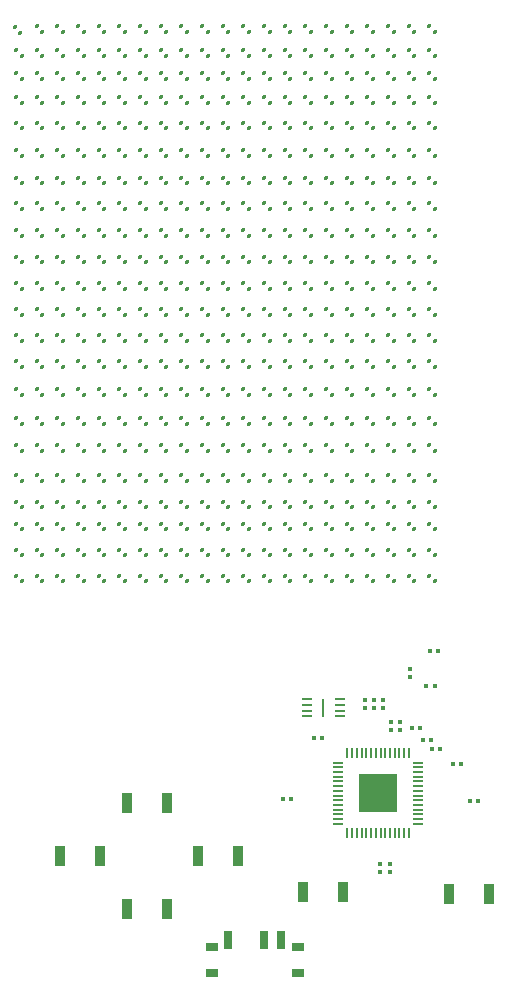
<source format=gbr>
%TF.GenerationSoftware,KiCad,Pcbnew,8.0.0*%
%TF.CreationDate,2024-03-20T12:42:58-05:00*%
%TF.ProjectId,tetrisBusinessCard,74657472-6973-4427-9573-696e65737343,rev?*%
%TF.SameCoordinates,Original*%
%TF.FileFunction,Paste,Top*%
%TF.FilePolarity,Positive*%
%FSLAX46Y46*%
G04 Gerber Fmt 4.6, Leading zero omitted, Abs format (unit mm)*
G04 Created by KiCad (PCBNEW 8.0.0) date 2024-03-20 12:42:58*
%MOMM*%
%LPD*%
G01*
G04 APERTURE LIST*
G04 Aperture macros list*
%AMRoundRect*
0 Rectangle with rounded corners*
0 $1 Rounding radius*
0 $2 $3 $4 $5 $6 $7 $8 $9 X,Y pos of 4 corners*
0 Add a 4 corners polygon primitive as box body*
4,1,4,$2,$3,$4,$5,$6,$7,$8,$9,$2,$3,0*
0 Add four circle primitives for the rounded corners*
1,1,$1+$1,$2,$3*
1,1,$1+$1,$4,$5*
1,1,$1+$1,$6,$7*
1,1,$1+$1,$8,$9*
0 Add four rect primitives between the rounded corners*
20,1,$1+$1,$2,$3,$4,$5,0*
20,1,$1+$1,$4,$5,$6,$7,0*
20,1,$1+$1,$6,$7,$8,$9,0*
20,1,$1+$1,$8,$9,$2,$3,0*%
G04 Aperture macros list end*
%ADD10C,0.000000*%
%ADD11RoundRect,0.079500X-0.127279X-0.014849X-0.014849X-0.127279X0.127279X0.014849X0.014849X0.127279X0*%
%ADD12RoundRect,0.079500X0.079500X0.100500X-0.079500X0.100500X-0.079500X-0.100500X0.079500X-0.100500X0*%
%ADD13RoundRect,0.079500X-0.100500X0.079500X-0.100500X-0.079500X0.100500X-0.079500X0.100500X0.079500X0*%
%ADD14R,0.812800X0.254000*%
%ADD15R,0.203200X1.600200*%
%ADD16R,0.900000X1.700000*%
%ADD17R,1.000000X0.800000*%
%ADD18R,0.700000X1.500000*%
%ADD19R,0.812800X0.177800*%
%ADD20R,0.177800X0.812800*%
%ADD21R,3.200400X3.200400*%
%ADD22RoundRect,0.079500X0.100500X-0.079500X0.100500X0.079500X-0.100500X0.079500X-0.100500X-0.079500X0*%
G04 APERTURE END LIST*
D10*
%TO.C,U1*%
G36*
X206400000Y-86900000D02*
G01*
X204999800Y-86900000D01*
X204999800Y-85499800D01*
X206400000Y-85499800D01*
X206400000Y-86900000D01*
G37*
G36*
X206400000Y-88500200D02*
G01*
X204999800Y-88500200D01*
X204999800Y-87100000D01*
X206400000Y-87100000D01*
X206400000Y-88500200D01*
G37*
G36*
X208000200Y-86900000D02*
G01*
X206600000Y-86900000D01*
X206600000Y-85499800D01*
X208000200Y-85499800D01*
X208000200Y-86900000D01*
G37*
G36*
X208000200Y-88500200D02*
G01*
X206600000Y-88500200D01*
X206600000Y-87100000D01*
X208000200Y-87100000D01*
X208000200Y-88500200D01*
G37*
%TD*%
D11*
%TO.C,D56*%
X188089133Y-26041633D03*
X188577037Y-26529537D03*
%TD*%
%TO.C,D198*%
X196839133Y-41566633D03*
X197327037Y-42054537D03*
%TD*%
%TO.C,D290*%
X182839133Y-50446633D03*
X183327037Y-50934537D03*
%TD*%
%TO.C,D232*%
X210839133Y-46041633D03*
X211327037Y-46529537D03*
%TD*%
%TO.C,D68*%
X203839133Y-28066633D03*
X204327037Y-28554537D03*
%TD*%
%TO.C,D434*%
X188089133Y-66376633D03*
X188577037Y-66864537D03*
%TD*%
%TO.C,D57*%
X186339133Y-26041633D03*
X186827037Y-26529537D03*
%TD*%
%TO.C,D58*%
X184589133Y-26041633D03*
X185077037Y-26529537D03*
%TD*%
%TO.C,D74*%
X193339133Y-28066633D03*
X193827037Y-28554537D03*
%TD*%
%TO.C,D28*%
X200339133Y-24066633D03*
X200827037Y-24554537D03*
%TD*%
%TO.C,D430*%
X195089133Y-66376633D03*
X195577037Y-66864537D03*
%TD*%
%TO.C,D24*%
X207339133Y-24066633D03*
X207827037Y-24554537D03*
%TD*%
%TO.C,D22*%
X210839133Y-24066633D03*
X211327037Y-24554537D03*
%TD*%
D12*
%TO.C,C9*%
X201725000Y-82350000D03*
X201035000Y-82350000D03*
%TD*%
D11*
%TO.C,D242*%
X193339133Y-46041633D03*
X193827037Y-46529537D03*
%TD*%
%TO.C,D390*%
X191589133Y-62316633D03*
X192077037Y-62804537D03*
%TD*%
%TO.C,D264*%
X191589133Y-48221633D03*
X192077037Y-48709537D03*
%TD*%
%TO.C,D190*%
X210839133Y-41566633D03*
X211327037Y-42054537D03*
%TD*%
%TO.C,D399*%
X175839133Y-62316633D03*
X176327037Y-62804537D03*
%TD*%
%TO.C,D324*%
X196839133Y-55221633D03*
X197327037Y-55709537D03*
%TD*%
%TO.C,D302*%
X198589133Y-52791633D03*
X199077037Y-53279537D03*
%TD*%
%TO.C,D334*%
X179339133Y-55221633D03*
X179827037Y-55709537D03*
%TD*%
%TO.C,D201*%
X191589133Y-41566633D03*
X192077037Y-42054537D03*
%TD*%
%TO.C,D202*%
X189839133Y-41566633D03*
X190327037Y-42054537D03*
%TD*%
D13*
%TO.C,C12*%
X207500000Y-93000000D03*
X207500000Y-93690000D03*
%TD*%
D11*
%TO.C,D426*%
X202089133Y-66376633D03*
X202577037Y-66864537D03*
%TD*%
%TO.C,D180*%
X191589133Y-39316633D03*
X192077037Y-39804537D03*
%TD*%
%TO.C,D452*%
X193339133Y-68566633D03*
X193827037Y-69054537D03*
%TD*%
%TO.C,D90*%
X202089133Y-30221633D03*
X202577037Y-30709537D03*
%TD*%
%TO.C,D384*%
X202089133Y-62316633D03*
X202577037Y-62804537D03*
%TD*%
%TO.C,D422*%
X209089133Y-66376633D03*
X209577037Y-66864537D03*
%TD*%
D12*
%TO.C,C1*%
X211727500Y-83227500D03*
X211037500Y-83227500D03*
%TD*%
D11*
%TO.C,D411*%
X191589133Y-64176633D03*
X192077037Y-64664537D03*
%TD*%
%TO.C,D4*%
X205589133Y-22041633D03*
X206077037Y-22529537D03*
%TD*%
%TO.C,D355*%
X179339133Y-57541633D03*
X179827037Y-58029537D03*
%TD*%
%TO.C,D98*%
X188089133Y-30221633D03*
X188577037Y-30709537D03*
%TD*%
%TO.C,D361*%
X205589133Y-60066633D03*
X206077037Y-60554537D03*
%TD*%
%TO.C,D366*%
X196839133Y-60066633D03*
X197327037Y-60554537D03*
%TD*%
%TO.C,D27*%
X202089133Y-24066633D03*
X202577037Y-24554537D03*
%TD*%
%TO.C,D52*%
X195089134Y-26041632D03*
X195577038Y-26529536D03*
%TD*%
%TO.C,D26*%
X203839133Y-24066633D03*
X204327037Y-24554537D03*
%TD*%
%TO.C,D34*%
X189839133Y-24066633D03*
X190327037Y-24554537D03*
%TD*%
%TO.C,D197*%
X198589133Y-41566633D03*
X199077037Y-42054537D03*
%TD*%
%TO.C,D185*%
X182839133Y-39316633D03*
X183327037Y-39804537D03*
%TD*%
%TO.C,D30*%
X196839133Y-24066633D03*
X197327037Y-24554537D03*
%TD*%
%TO.C,D450*%
X196839133Y-68566633D03*
X197327037Y-69054537D03*
%TD*%
%TO.C,D453*%
X191589133Y-68566633D03*
X192077037Y-69054537D03*
%TD*%
%TO.C,D326*%
X193339133Y-55221633D03*
X193827037Y-55709537D03*
%TD*%
%TO.C,D273*%
X175839133Y-48221633D03*
X176327037Y-48709537D03*
%TD*%
%TO.C,D279*%
X202089133Y-50446633D03*
X202577037Y-50934537D03*
%TD*%
%TO.C,D266*%
X188089133Y-48221633D03*
X188577037Y-48709537D03*
%TD*%
%TO.C,D121*%
X184589133Y-32541633D03*
X185077037Y-33029537D03*
%TD*%
D13*
%TO.C,C3*%
X206900000Y-79100000D03*
X206900000Y-79790000D03*
%TD*%
D11*
%TO.C,D269*%
X182839133Y-48221633D03*
X183327037Y-48709537D03*
%TD*%
%TO.C,D192*%
X207339133Y-41566633D03*
X207827037Y-42054537D03*
%TD*%
%TO.C,D109*%
X205589133Y-32541633D03*
X206077037Y-33029537D03*
%TD*%
%TO.C,D368*%
X193339133Y-60066633D03*
X193827037Y-60554537D03*
%TD*%
%TO.C,D14*%
X188089133Y-22041633D03*
X188577037Y-22529537D03*
%TD*%
%TO.C,D41*%
X177589133Y-24066633D03*
X178077037Y-24554537D03*
%TD*%
%TO.C,D439*%
X179339133Y-66366633D03*
X179827037Y-66854537D03*
%TD*%
%TO.C,D223*%
X189839133Y-43816633D03*
X190327037Y-44304537D03*
%TD*%
%TO.C,D437*%
X182839133Y-66376633D03*
X183327037Y-66864537D03*
%TD*%
%TO.C,D80*%
X182839134Y-28066632D03*
X183327038Y-28554536D03*
%TD*%
%TO.C,D50*%
X198589133Y-26041633D03*
X199077037Y-26529537D03*
%TD*%
%TO.C,D63*%
X175839133Y-26041633D03*
X176327037Y-26529537D03*
%TD*%
%TO.C,D275*%
X209089133Y-50446633D03*
X209577037Y-50934537D03*
%TD*%
%TO.C,D208*%
X179339133Y-41566633D03*
X179827037Y-42054537D03*
%TD*%
%TO.C,D292*%
X179339133Y-50446633D03*
X179827037Y-50934537D03*
%TD*%
%TO.C,D147*%
X175839133Y-34876633D03*
X176327037Y-35364537D03*
%TD*%
%TO.C,D195*%
X202089133Y-41566633D03*
X202577037Y-42054537D03*
%TD*%
%TO.C,D351*%
X186339133Y-57541633D03*
X186827037Y-58029537D03*
%TD*%
%TO.C,D99*%
X186339133Y-30221633D03*
X186827037Y-30709537D03*
%TD*%
%TO.C,D59*%
X182839133Y-26041633D03*
X183327037Y-26529537D03*
%TD*%
%TO.C,D379*%
X210839133Y-62316633D03*
X211327037Y-62804537D03*
%TD*%
%TO.C,D376*%
X179339133Y-60066633D03*
X179827037Y-60554537D03*
%TD*%
%TO.C,D342*%
X202089133Y-57541633D03*
X202577037Y-58029537D03*
%TD*%
%TO.C,D409*%
X195089133Y-64176633D03*
X195577037Y-64664537D03*
%TD*%
%TO.C,D333*%
X181089133Y-55221633D03*
X181577037Y-55709537D03*
%TD*%
%TO.C,D220*%
X195089133Y-43816633D03*
X195577037Y-44304537D03*
%TD*%
%TO.C,D268*%
X184589133Y-48221633D03*
X185077037Y-48709537D03*
%TD*%
%TO.C,D35*%
X188089133Y-24066633D03*
X188577037Y-24554537D03*
%TD*%
%TO.C,D20*%
X177589133Y-22041633D03*
X178077037Y-22529537D03*
%TD*%
%TO.C,D295*%
X210839133Y-52791633D03*
X211327037Y-53279537D03*
%TD*%
%TO.C,D436*%
X184589133Y-66376633D03*
X185077037Y-66864537D03*
%TD*%
%TO.C,D454*%
X189839133Y-68566633D03*
X190327037Y-69054537D03*
%TD*%
D14*
%TO.C,U2*%
X200453200Y-78999999D03*
X200453200Y-79500000D03*
X200453200Y-80000000D03*
X200453200Y-80500001D03*
X203250000Y-80500001D03*
X203250000Y-80000000D03*
X203250000Y-79500000D03*
X203250000Y-78999999D03*
D15*
X201851600Y-79750000D03*
%TD*%
D11*
%TO.C,D116*%
X193339133Y-32541633D03*
X193827037Y-33029537D03*
%TD*%
%TO.C,D156*%
X196839133Y-37066633D03*
X197327037Y-37554537D03*
%TD*%
%TO.C,D120*%
X186339133Y-32541633D03*
X186827037Y-33029537D03*
%TD*%
%TO.C,D174*%
X202089133Y-39316633D03*
X202577037Y-39804537D03*
%TD*%
%TO.C,D66*%
X207339133Y-28066633D03*
X207827037Y-28554537D03*
%TD*%
%TO.C,D327*%
X191589133Y-55221633D03*
X192077037Y-55709537D03*
%TD*%
%TO.C,D134*%
X198589133Y-34876633D03*
X199077037Y-35364537D03*
%TD*%
%TO.C,D312*%
X181089133Y-52791633D03*
X181577037Y-53279537D03*
%TD*%
%TO.C,D33*%
X191589133Y-24066633D03*
X192077037Y-24554537D03*
%TD*%
%TO.C,D424*%
X205589133Y-66376633D03*
X206077037Y-66864537D03*
%TD*%
%TO.C,D241*%
X195089133Y-46041633D03*
X195577037Y-46529537D03*
%TD*%
%TO.C,D435*%
X186339133Y-66376633D03*
X186827037Y-66864537D03*
%TD*%
%TO.C,D86*%
X209089133Y-30221633D03*
X209577037Y-30709537D03*
%TD*%
%TO.C,D429*%
X196839133Y-66376633D03*
X197327037Y-66864537D03*
%TD*%
%TO.C,D393*%
X186339133Y-62316633D03*
X186827037Y-62804537D03*
%TD*%
%TO.C,D39*%
X181089133Y-24066633D03*
X181577037Y-24554537D03*
%TD*%
%TO.C,D154*%
X200339133Y-37066633D03*
X200827037Y-37554537D03*
%TD*%
D16*
%TO.C,SW5*%
X203500000Y-95400000D03*
X200099998Y-95400000D03*
%TD*%
D11*
%TO.C,D224*%
X188089133Y-43816633D03*
X188577037Y-44304537D03*
%TD*%
%TO.C,D389*%
X193339133Y-62316633D03*
X193827037Y-62804537D03*
%TD*%
%TO.C,D408*%
X196839133Y-64176633D03*
X197327037Y-64664537D03*
%TD*%
%TO.C,D75*%
X191589133Y-28066633D03*
X192077037Y-28554537D03*
%TD*%
%TO.C,D319*%
X205589133Y-55221633D03*
X206077037Y-55709537D03*
%TD*%
%TO.C,D303*%
X196839133Y-52791633D03*
X197327037Y-53279537D03*
%TD*%
%TO.C,D46*%
X205589133Y-26041633D03*
X206077037Y-26529537D03*
%TD*%
%TO.C,D449*%
X198589133Y-68566633D03*
X199077037Y-69054537D03*
%TD*%
%TO.C,D247*%
X184589133Y-46041633D03*
X185077037Y-46529537D03*
%TD*%
%TO.C,D136*%
X195089133Y-34876633D03*
X195577037Y-35364537D03*
%TD*%
%TO.C,D455*%
X188089133Y-68566633D03*
X188577037Y-69054537D03*
%TD*%
%TO.C,D225*%
X186339133Y-43816633D03*
X186827037Y-44304537D03*
%TD*%
D12*
%TO.C,R4*%
X211595000Y-74950000D03*
X210905000Y-74950000D03*
%TD*%
D11*
%TO.C,D441*%
X175839133Y-66376633D03*
X176327037Y-66864537D03*
%TD*%
%TO.C,D230*%
X177589133Y-43816633D03*
X178077037Y-44304537D03*
%TD*%
%TO.C,D205*%
X184589133Y-41566633D03*
X185077037Y-42054537D03*
%TD*%
%TO.C,D87*%
X207339133Y-30221633D03*
X207827037Y-30709537D03*
%TD*%
%TO.C,D128*%
X209089133Y-34876633D03*
X209577037Y-35364537D03*
%TD*%
%TO.C,D457*%
X184589133Y-68566633D03*
X185077037Y-69054537D03*
%TD*%
%TO.C,D459*%
X181089133Y-68566633D03*
X181577037Y-69054537D03*
%TD*%
%TO.C,D122*%
X182839133Y-32541633D03*
X183327037Y-33029537D03*
%TD*%
%TO.C,D343*%
X200339133Y-57541633D03*
X200827037Y-58029537D03*
%TD*%
%TO.C,D226*%
X184589133Y-43816633D03*
X185077037Y-44304537D03*
%TD*%
%TO.C,D388*%
X195089133Y-62316633D03*
X195577037Y-62804537D03*
%TD*%
%TO.C,D307*%
X189839133Y-52791633D03*
X190327037Y-53279537D03*
%TD*%
%TO.C,D346*%
X195089133Y-57541633D03*
X195577037Y-58029537D03*
%TD*%
%TO.C,D328*%
X189839133Y-55221633D03*
X190327037Y-55709537D03*
%TD*%
%TO.C,D406*%
X200339133Y-64176633D03*
X200827037Y-64664537D03*
%TD*%
%TO.C,D25*%
X205589133Y-24066633D03*
X206077037Y-24554537D03*
%TD*%
%TO.C,D391*%
X189839133Y-62316633D03*
X190327037Y-62804537D03*
%TD*%
%TO.C,D298*%
X205589133Y-52791633D03*
X206077037Y-53279537D03*
%TD*%
%TO.C,D127*%
X210839133Y-34876633D03*
X211327037Y-35364537D03*
%TD*%
%TO.C,D15*%
X186339133Y-22041633D03*
X186827037Y-22529537D03*
%TD*%
%TO.C,D374*%
X182839133Y-60066633D03*
X183327037Y-60554537D03*
%TD*%
%TO.C,D55*%
X189839133Y-26041633D03*
X190327037Y-26529537D03*
%TD*%
%TO.C,D432*%
X191589133Y-66376633D03*
X192077037Y-66864537D03*
%TD*%
%TO.C,D341*%
X203839133Y-57541633D03*
X204327037Y-58029537D03*
%TD*%
%TO.C,D256*%
X205589133Y-48221633D03*
X206077037Y-48709537D03*
%TD*%
%TO.C,D217*%
X200339133Y-43816633D03*
X200827037Y-44304537D03*
%TD*%
D13*
%TO.C,C7*%
X205400000Y-79072500D03*
X205400000Y-79762500D03*
%TD*%
D11*
%TO.C,D321*%
X202089133Y-55221633D03*
X202577037Y-55709537D03*
%TD*%
%TO.C,D357*%
X175839133Y-57541633D03*
X176327037Y-58029537D03*
%TD*%
%TO.C,D182*%
X188089133Y-39316633D03*
X188577037Y-39804537D03*
%TD*%
%TO.C,D150*%
X207339133Y-37066633D03*
X207827037Y-37554537D03*
%TD*%
%TO.C,D73*%
X195089133Y-28066633D03*
X195577037Y-28554537D03*
%TD*%
%TO.C,D177*%
X196839133Y-39316633D03*
X197327037Y-39804537D03*
%TD*%
%TO.C,D138*%
X191589133Y-34876633D03*
X192077037Y-35364537D03*
%TD*%
%TO.C,D315*%
X175839133Y-52791633D03*
X176327037Y-53279537D03*
%TD*%
%TO.C,D283*%
X195089133Y-50446633D03*
X195577037Y-50934537D03*
%TD*%
%TO.C,D288*%
X186339133Y-50446633D03*
X186827037Y-50934537D03*
%TD*%
%TO.C,D70*%
X200339133Y-28066633D03*
X200827037Y-28554537D03*
%TD*%
%TO.C,D89*%
X203839133Y-30221633D03*
X204327037Y-30709537D03*
%TD*%
%TO.C,D311*%
X182839133Y-52791633D03*
X183327037Y-53279537D03*
%TD*%
%TO.C,D442*%
X210839133Y-68566633D03*
X211327037Y-69054537D03*
%TD*%
%TO.C,D304*%
X195089133Y-52791633D03*
X195577037Y-53279537D03*
%TD*%
%TO.C,D88*%
X205589133Y-30221633D03*
X206077037Y-30709537D03*
%TD*%
%TO.C,D293*%
X177589133Y-50446633D03*
X178077037Y-50934537D03*
%TD*%
D17*
%TO.C,SW7*%
X192400000Y-100045000D03*
X192400000Y-102255000D03*
X199700000Y-100045000D03*
X199700000Y-102255000D03*
D18*
X193800000Y-99395000D03*
X196800000Y-99395000D03*
X198300000Y-99395000D03*
%TD*%
D11*
%TO.C,D32*%
X193339133Y-24066633D03*
X193827037Y-24554537D03*
%TD*%
%TO.C,D253*%
X210839133Y-48221633D03*
X211327037Y-48709537D03*
%TD*%
%TO.C,D369*%
X191589133Y-60066633D03*
X192077037Y-60554537D03*
%TD*%
%TO.C,D461*%
X177589133Y-68566633D03*
X178077037Y-69054537D03*
%TD*%
%TO.C,D168*%
X175839133Y-37066633D03*
X176327037Y-37554537D03*
%TD*%
%TO.C,D65*%
X209089133Y-28066633D03*
X209577037Y-28554537D03*
%TD*%
%TO.C,D218*%
X198589133Y-43816633D03*
X199077037Y-44304537D03*
%TD*%
%TO.C,D123*%
X181089133Y-32541633D03*
X181577037Y-33029537D03*
%TD*%
%TO.C,D423*%
X207339133Y-66376633D03*
X207827037Y-66864537D03*
%TD*%
%TO.C,D214*%
X205589133Y-43816633D03*
X206077037Y-44304537D03*
%TD*%
%TO.C,D386*%
X198589133Y-62316633D03*
X199077037Y-62804537D03*
%TD*%
D16*
%TO.C,SW4*%
X188650000Y-96800000D03*
X185250000Y-96800000D03*
%TD*%
D11*
%TO.C,D31*%
X195089133Y-24066633D03*
X195577037Y-24554537D03*
%TD*%
%TO.C,D329*%
X188089133Y-55221633D03*
X188577037Y-55709537D03*
%TD*%
%TO.C,D448*%
X200339133Y-68566633D03*
X200827037Y-69054537D03*
%TD*%
%TO.C,D91*%
X200339133Y-30221633D03*
X200827037Y-30709537D03*
%TD*%
%TO.C,D29*%
X198589133Y-24066633D03*
X199077037Y-24554537D03*
%TD*%
%TO.C,D61*%
X179339133Y-26041633D03*
X179827037Y-26529537D03*
%TD*%
%TO.C,D111*%
X202089133Y-32541633D03*
X202577037Y-33029537D03*
%TD*%
%TO.C,D188*%
X177589133Y-39316633D03*
X178077037Y-39804537D03*
%TD*%
%TO.C,D316*%
X210839133Y-55221633D03*
X211327037Y-55709537D03*
%TD*%
%TO.C,D280*%
X200339133Y-50446633D03*
X200827037Y-50934537D03*
%TD*%
%TO.C,D373*%
X184589133Y-60066633D03*
X185077037Y-60554537D03*
%TD*%
%TO.C,D146*%
X177589133Y-34876633D03*
X178077037Y-35364537D03*
%TD*%
%TO.C,D259*%
X200339133Y-48221633D03*
X200827037Y-48709537D03*
%TD*%
%TO.C,D349*%
X189839133Y-57541633D03*
X190327037Y-58029537D03*
%TD*%
%TO.C,D396*%
X181089133Y-62316633D03*
X181577037Y-62804537D03*
%TD*%
%TO.C,D405*%
X202089133Y-64176633D03*
X202577037Y-64664537D03*
%TD*%
%TO.C,D17*%
X182839133Y-22041633D03*
X183327037Y-22529537D03*
%TD*%
%TO.C,D79*%
X184589133Y-28066633D03*
X185077037Y-28554537D03*
%TD*%
%TO.C,D323*%
X198589133Y-55221633D03*
X199077037Y-55709537D03*
%TD*%
%TO.C,D285*%
X191589133Y-50446633D03*
X192077037Y-50934537D03*
%TD*%
%TO.C,D416*%
X182839133Y-64176633D03*
X183327037Y-64664537D03*
%TD*%
%TO.C,D53*%
X193339133Y-26041633D03*
X193827037Y-26529537D03*
%TD*%
%TO.C,D308*%
X188089133Y-52791633D03*
X188577037Y-53279537D03*
%TD*%
%TO.C,D428*%
X198589133Y-66376633D03*
X199077037Y-66864537D03*
%TD*%
%TO.C,D10*%
X195089133Y-22041633D03*
X195577037Y-22529537D03*
%TD*%
D13*
%TO.C,C10*%
X206617500Y-93000000D03*
X206617500Y-93690000D03*
%TD*%
D11*
%TO.C,D43*%
X210839133Y-26041633D03*
X211327037Y-26529537D03*
%TD*%
%TO.C,D335*%
X177589133Y-55221633D03*
X178077037Y-55709537D03*
%TD*%
%TO.C,D236*%
X203839133Y-46041633D03*
X204327037Y-46529537D03*
%TD*%
%TO.C,D395*%
X182839133Y-62316633D03*
X183327037Y-62804537D03*
%TD*%
%TO.C,D211*%
X210839133Y-43816633D03*
X211327037Y-44304537D03*
%TD*%
%TO.C,D103*%
X179339133Y-30221633D03*
X179827037Y-30709537D03*
%TD*%
%TO.C,D78*%
X186339133Y-28066633D03*
X186827037Y-28554537D03*
%TD*%
D19*
%TO.C,U1*%
X203096400Y-84400000D03*
X203096400Y-84799999D03*
X203096400Y-85200001D03*
X203096400Y-85600000D03*
X203096400Y-85999999D03*
X203096400Y-86400001D03*
X203096400Y-86800000D03*
X203096400Y-87200000D03*
X203096400Y-87599999D03*
X203096400Y-88000001D03*
X203096400Y-88400000D03*
X203096400Y-88799999D03*
X203096400Y-89200001D03*
X203096400Y-89600000D03*
D20*
X203900000Y-90403600D03*
X204299999Y-90403600D03*
X204700001Y-90403600D03*
X205100000Y-90403600D03*
X205499999Y-90403600D03*
X205900001Y-90403600D03*
X206300000Y-90403600D03*
X206700000Y-90403600D03*
X207099999Y-90403600D03*
X207500001Y-90403600D03*
X207900000Y-90403600D03*
X208299999Y-90403600D03*
X208700001Y-90403600D03*
X209100000Y-90403600D03*
D19*
X209903600Y-89600000D03*
X209903600Y-89200001D03*
X209903600Y-88799999D03*
X209903600Y-88400000D03*
X209903600Y-88000001D03*
X209903600Y-87599999D03*
X209903600Y-87200000D03*
X209903600Y-86800000D03*
X209903600Y-86400001D03*
X209903600Y-85999999D03*
X209903600Y-85600000D03*
X209903600Y-85200001D03*
X209903600Y-84799999D03*
X209903600Y-84400000D03*
D20*
X209100000Y-83596400D03*
X208700001Y-83596400D03*
X208299999Y-83596400D03*
X207900000Y-83596400D03*
X207500001Y-83596400D03*
X207099999Y-83596400D03*
X206700000Y-83596400D03*
X206300000Y-83596400D03*
X205900001Y-83596400D03*
X205499999Y-83596400D03*
X205100000Y-83596400D03*
X204700001Y-83596400D03*
X204299999Y-83596400D03*
X203900000Y-83596400D03*
D21*
X206500000Y-87000000D03*
%TD*%
D11*
%TO.C,D446*%
X203839133Y-68566633D03*
X204327037Y-69054537D03*
%TD*%
%TO.C,D229*%
X179339133Y-43816633D03*
X179827037Y-44304537D03*
%TD*%
%TO.C,D277*%
X205589133Y-50446633D03*
X206077037Y-50934537D03*
%TD*%
%TO.C,D344*%
X198589133Y-57541633D03*
X199077037Y-58029537D03*
%TD*%
%TO.C,D272*%
X177589133Y-48221633D03*
X178077037Y-48709537D03*
%TD*%
%TO.C,D155*%
X198589133Y-37066633D03*
X199077037Y-37554537D03*
%TD*%
%TO.C,D289*%
X184589133Y-50446633D03*
X185077037Y-50934537D03*
%TD*%
%TO.C,D184*%
X184589133Y-39316633D03*
X185077037Y-39804537D03*
%TD*%
%TO.C,D84*%
X175839133Y-28066633D03*
X176327037Y-28554537D03*
%TD*%
%TO.C,D200*%
X193339133Y-41566633D03*
X193827037Y-42054537D03*
%TD*%
%TO.C,D131*%
X203839133Y-34876633D03*
X204327037Y-35364537D03*
%TD*%
%TO.C,D96*%
X191589133Y-30221633D03*
X192077037Y-30709537D03*
%TD*%
%TO.C,D250*%
X179339133Y-46041633D03*
X179827037Y-46529537D03*
%TD*%
%TO.C,D415*%
X184589133Y-64176633D03*
X185077037Y-64664537D03*
%TD*%
%TO.C,D114*%
X196839133Y-32541633D03*
X197327037Y-33029537D03*
%TD*%
%TO.C,D49*%
X200339133Y-26041633D03*
X200827037Y-26529537D03*
%TD*%
%TO.C,D309*%
X186339133Y-52791633D03*
X186827037Y-53279537D03*
%TD*%
%TO.C,D82*%
X179339133Y-28066633D03*
X179827037Y-28554537D03*
%TD*%
%TO.C,D417*%
X181089133Y-64176633D03*
X181577037Y-64664537D03*
%TD*%
%TO.C,D340*%
X205589133Y-57541633D03*
X206077037Y-58029537D03*
%TD*%
%TO.C,D380*%
X209089133Y-62316633D03*
X209577037Y-62804537D03*
%TD*%
%TO.C,D166*%
X179339133Y-37066633D03*
X179827037Y-37554537D03*
%TD*%
%TO.C,D276*%
X207339133Y-50446633D03*
X207827037Y-50934537D03*
%TD*%
%TO.C,D331*%
X184589133Y-55221633D03*
X185077037Y-55709537D03*
%TD*%
%TO.C,D402*%
X207339133Y-64176633D03*
X207827037Y-64664537D03*
%TD*%
%TO.C,D97*%
X189839133Y-30221633D03*
X190327037Y-30709537D03*
%TD*%
%TO.C,D458*%
X182839133Y-68566633D03*
X183327037Y-69054537D03*
%TD*%
%TO.C,D284*%
X193339133Y-50446633D03*
X193827037Y-50934537D03*
%TD*%
%TO.C,D400*%
X210839133Y-64176633D03*
X211327037Y-64664537D03*
%TD*%
%TO.C,D233*%
X209089133Y-46041633D03*
X209577037Y-46529537D03*
%TD*%
%TO.C,D113*%
X198589133Y-32541633D03*
X199077037Y-33029537D03*
%TD*%
%TO.C,D421*%
X210839133Y-66376633D03*
X211327037Y-66864537D03*
%TD*%
%TO.C,D301*%
X200339133Y-52791633D03*
X200827037Y-53279537D03*
%TD*%
%TO.C,D141*%
X186339133Y-34876633D03*
X186827037Y-35364537D03*
%TD*%
%TO.C,D69*%
X202089133Y-28066633D03*
X202577037Y-28554537D03*
%TD*%
D16*
%TO.C,SW6*%
X215900001Y-95500000D03*
X212499999Y-95500000D03*
%TD*%
D11*
%TO.C,D105*%
X175839133Y-30221633D03*
X176327037Y-30709537D03*
%TD*%
%TO.C,D215*%
X203839133Y-43816633D03*
X204327037Y-44304537D03*
%TD*%
%TO.C,D350*%
X188089133Y-57541633D03*
X188577037Y-58029537D03*
%TD*%
%TO.C,D92*%
X198589133Y-30221633D03*
X199077037Y-30709537D03*
%TD*%
%TO.C,D403*%
X205589133Y-64176633D03*
X206077037Y-64664537D03*
%TD*%
%TO.C,D194*%
X203839133Y-41566633D03*
X204327037Y-42054537D03*
%TD*%
%TO.C,D222*%
X191589133Y-43816633D03*
X192077037Y-44304537D03*
%TD*%
%TO.C,D142*%
X184589133Y-34876633D03*
X185077037Y-35364537D03*
%TD*%
%TO.C,D101*%
X182839133Y-30221633D03*
X183327037Y-30709537D03*
%TD*%
%TO.C,D167*%
X177589133Y-37066633D03*
X178077037Y-37554537D03*
%TD*%
%TO.C,D162*%
X186339133Y-37066633D03*
X186827037Y-37554537D03*
%TD*%
%TO.C,D317*%
X209089133Y-55221633D03*
X209577037Y-55709537D03*
%TD*%
%TO.C,D320*%
X203839133Y-55221633D03*
X204327037Y-55709537D03*
%TD*%
%TO.C,D413*%
X188089133Y-64176633D03*
X188577037Y-64664537D03*
%TD*%
%TO.C,D1*%
X210839133Y-22041633D03*
X211327037Y-22529537D03*
%TD*%
D16*
%TO.C,SW3*%
X194650000Y-92300000D03*
X191250000Y-92300000D03*
%TD*%
D11*
%TO.C,D193*%
X205589133Y-41566633D03*
X206077037Y-42054537D03*
%TD*%
%TO.C,D265*%
X189839133Y-48221633D03*
X190327037Y-48709537D03*
%TD*%
%TO.C,D433*%
X189839133Y-66376633D03*
X190327037Y-66864537D03*
%TD*%
%TO.C,D104*%
X177589133Y-30221633D03*
X178077037Y-30709537D03*
%TD*%
%TO.C,D67*%
X205589133Y-28066633D03*
X206077037Y-28554537D03*
%TD*%
%TO.C,D171*%
X207339133Y-39316633D03*
X207827037Y-39804537D03*
%TD*%
%TO.C,D8*%
X198589133Y-22041633D03*
X199077037Y-22529537D03*
%TD*%
%TO.C,D157*%
X195089133Y-37066633D03*
X195577037Y-37554537D03*
%TD*%
D12*
%TO.C,C4*%
X213525000Y-84500000D03*
X212835000Y-84500000D03*
%TD*%
D11*
%TO.C,D257*%
X203839133Y-48221633D03*
X204327037Y-48709537D03*
%TD*%
D16*
%TO.C,SW1*%
X188650000Y-87800000D03*
X185250000Y-87800000D03*
%TD*%
D11*
%TO.C,D336*%
X175839133Y-55221633D03*
X176327037Y-55709537D03*
%TD*%
%TO.C,D252*%
X175839133Y-46041633D03*
X176327037Y-46529537D03*
%TD*%
%TO.C,D115*%
X195089133Y-32541633D03*
X195577037Y-33029537D03*
%TD*%
%TO.C,D186*%
X181089133Y-39316633D03*
X181577037Y-39804537D03*
%TD*%
%TO.C,D278*%
X203839133Y-50446633D03*
X204327037Y-50934537D03*
%TD*%
%TO.C,D152*%
X203839133Y-37066633D03*
X204327037Y-37554537D03*
%TD*%
%TO.C,D204*%
X186339133Y-41566633D03*
X186827037Y-42054537D03*
%TD*%
%TO.C,D296*%
X209089133Y-52791633D03*
X209577037Y-53279537D03*
%TD*%
D12*
%TO.C,C5*%
X214977500Y-87700000D03*
X214287500Y-87700000D03*
%TD*%
D11*
%TO.C,D165*%
X181089133Y-37066633D03*
X181577037Y-37554537D03*
%TD*%
%TO.C,D363*%
X202089133Y-60066633D03*
X202577037Y-60554537D03*
%TD*%
%TO.C,D189*%
X175839133Y-39316633D03*
X176327037Y-39804537D03*
%TD*%
%TO.C,D175*%
X200339133Y-39316633D03*
X200827037Y-39804537D03*
%TD*%
%TO.C,D228*%
X181089133Y-43816633D03*
X181577037Y-44304537D03*
%TD*%
%TO.C,D348*%
X191589133Y-57541633D03*
X192077037Y-58029537D03*
%TD*%
%TO.C,D300*%
X202089133Y-52791633D03*
X202577037Y-53279537D03*
%TD*%
%TO.C,D62*%
X177589133Y-26041633D03*
X178077037Y-26529537D03*
%TD*%
%TO.C,D149*%
X209089133Y-37066633D03*
X209577037Y-37554537D03*
%TD*%
%TO.C,D140*%
X188089133Y-34876633D03*
X188577037Y-35364537D03*
%TD*%
%TO.C,D213*%
X207339133Y-43816633D03*
X207827037Y-44304537D03*
%TD*%
%TO.C,D117*%
X191589133Y-32541633D03*
X192077037Y-33029537D03*
%TD*%
%TO.C,D110*%
X203839133Y-32541633D03*
X204327037Y-33029537D03*
%TD*%
%TO.C,D382*%
X205589133Y-62316633D03*
X206077037Y-62804537D03*
%TD*%
%TO.C,D356*%
X177589133Y-57541633D03*
X178077037Y-58029537D03*
%TD*%
%TO.C,D294*%
X175839133Y-50446633D03*
X176327037Y-50934537D03*
%TD*%
%TO.C,D392*%
X188089133Y-62316633D03*
X188577037Y-62804537D03*
%TD*%
%TO.C,D12*%
X191589133Y-22041633D03*
X192077037Y-22529537D03*
%TD*%
%TO.C,D270*%
X181089133Y-48221633D03*
X181577037Y-48709537D03*
%TD*%
%TO.C,D282*%
X196839133Y-50446633D03*
X197327037Y-50934537D03*
%TD*%
%TO.C,D431*%
X193339133Y-66376633D03*
X193827037Y-66864537D03*
%TD*%
D12*
%TO.C,C11*%
X199127500Y-87450000D03*
X198437500Y-87450000D03*
%TD*%
D11*
%TO.C,D129*%
X207339133Y-34876633D03*
X207827037Y-35364537D03*
%TD*%
%TO.C,D170*%
X209089133Y-39316633D03*
X209577037Y-39804537D03*
%TD*%
%TO.C,D372*%
X186339133Y-60066633D03*
X186827037Y-60554537D03*
%TD*%
%TO.C,D227*%
X182839133Y-43816633D03*
X183327037Y-44304537D03*
%TD*%
%TO.C,D45*%
X207339133Y-26041633D03*
X207827037Y-26529537D03*
%TD*%
%TO.C,D219*%
X196839133Y-43816633D03*
X197327037Y-44304537D03*
%TD*%
%TO.C,D297*%
X207339133Y-52791633D03*
X207827037Y-53279537D03*
%TD*%
%TO.C,D125*%
X177589133Y-32541633D03*
X178077037Y-33029537D03*
%TD*%
%TO.C,D398*%
X177589133Y-62316633D03*
X178077037Y-62804537D03*
%TD*%
%TO.C,D306*%
X191589133Y-52791633D03*
X192077037Y-53279537D03*
%TD*%
%TO.C,D126*%
X175839133Y-32541633D03*
X176327037Y-33029537D03*
%TD*%
%TO.C,D176*%
X198589133Y-39316633D03*
X199077037Y-39804537D03*
%TD*%
%TO.C,D83*%
X177589133Y-28066633D03*
X178077037Y-28554537D03*
%TD*%
%TO.C,D404*%
X203839133Y-64176633D03*
X204327037Y-64664537D03*
%TD*%
%TO.C,D370*%
X189839133Y-60066633D03*
X190327037Y-60554537D03*
%TD*%
%TO.C,D36*%
X186339133Y-24066633D03*
X186827037Y-24554537D03*
%TD*%
%TO.C,D72*%
X196839133Y-28066633D03*
X197327037Y-28554537D03*
%TD*%
%TO.C,D362*%
X203839133Y-60066633D03*
X204327037Y-60554537D03*
%TD*%
%TO.C,D71*%
X198589133Y-28066633D03*
X199077037Y-28554537D03*
%TD*%
%TO.C,D394*%
X184589133Y-62316633D03*
X185077037Y-62804537D03*
%TD*%
%TO.C,D451*%
X195089133Y-68566633D03*
X195577037Y-69054537D03*
%TD*%
%TO.C,D60*%
X181089133Y-26041633D03*
X181577037Y-26529537D03*
%TD*%
%TO.C,D77*%
X188089133Y-28066633D03*
X188577037Y-28554537D03*
%TD*%
%TO.C,D318*%
X207339133Y-55221633D03*
X207827037Y-55709537D03*
%TD*%
%TO.C,D255*%
X207339133Y-48221633D03*
X207827037Y-48709537D03*
%TD*%
%TO.C,D419*%
X177589133Y-64176633D03*
X178077037Y-64664537D03*
%TD*%
%TO.C,D444*%
X207339133Y-68566633D03*
X207827037Y-69054537D03*
%TD*%
%TO.C,D365*%
X198589133Y-60066633D03*
X199077037Y-60554537D03*
%TD*%
%TO.C,D345*%
X196839133Y-57541633D03*
X197327037Y-58029537D03*
%TD*%
D12*
%TO.C,R3*%
X211275000Y-77950000D03*
X210585000Y-77950000D03*
%TD*%
D11*
%TO.C,D286*%
X189839133Y-50446633D03*
X190327037Y-50934537D03*
%TD*%
%TO.C,D206*%
X182839133Y-41566633D03*
X183327037Y-42054537D03*
%TD*%
%TO.C,D18*%
X181089133Y-22041633D03*
X181577037Y-22529537D03*
%TD*%
%TO.C,D354*%
X181089133Y-57541633D03*
X181577037Y-58029537D03*
%TD*%
%TO.C,D325*%
X195089133Y-55221633D03*
X195577037Y-55709537D03*
%TD*%
%TO.C,D440*%
X177589133Y-66376633D03*
X178077037Y-66864537D03*
%TD*%
%TO.C,D209*%
X177589133Y-41566633D03*
X178077037Y-42054537D03*
%TD*%
%TO.C,D427*%
X200339133Y-66376633D03*
X200827037Y-66864537D03*
%TD*%
%TO.C,D169*%
X210839133Y-39316633D03*
X211327037Y-39804537D03*
%TD*%
%TO.C,D291*%
X181089133Y-50446633D03*
X181577037Y-50934537D03*
%TD*%
%TO.C,D124*%
X179339133Y-32541633D03*
X179827037Y-33029537D03*
%TD*%
%TO.C,D385*%
X200339133Y-62316633D03*
X200827037Y-62804537D03*
%TD*%
D22*
%TO.C,C13*%
X209202500Y-77177500D03*
X209202500Y-76487500D03*
%TD*%
D11*
%TO.C,D7*%
X200339133Y-22041633D03*
X200827037Y-22529537D03*
%TD*%
%TO.C,D139*%
X189839133Y-34876633D03*
X190327037Y-35364537D03*
%TD*%
%TO.C,D258*%
X202089133Y-48221633D03*
X202577037Y-48709537D03*
%TD*%
%TO.C,D95*%
X193339133Y-30221633D03*
X193827037Y-30709537D03*
%TD*%
%TO.C,D19*%
X179339133Y-22041633D03*
X179827037Y-22529537D03*
%TD*%
%TO.C,D371*%
X188089133Y-60066633D03*
X188577037Y-60554537D03*
%TD*%
%TO.C,D2*%
X209089133Y-22041633D03*
X209577037Y-22529537D03*
%TD*%
%TO.C,D418*%
X179339133Y-64176633D03*
X179827037Y-64664537D03*
%TD*%
%TO.C,D339*%
X207339133Y-57541633D03*
X207827037Y-58029537D03*
%TD*%
%TO.C,D76*%
X189839133Y-28066633D03*
X190327037Y-28554537D03*
%TD*%
%TO.C,D234*%
X207339133Y-46041633D03*
X207827037Y-46529537D03*
%TD*%
%TO.C,D358*%
X210839133Y-60066633D03*
X211327037Y-60554537D03*
%TD*%
D16*
%TO.C,SW2*%
X182950000Y-92300000D03*
X179550000Y-92300000D03*
%TD*%
D11*
%TO.C,D352*%
X184589133Y-57541633D03*
X185077037Y-58029537D03*
%TD*%
%TO.C,D337*%
X210839133Y-57541633D03*
X211327037Y-58029537D03*
%TD*%
%TO.C,D23*%
X209089133Y-24066633D03*
X209577037Y-24554537D03*
%TD*%
%TO.C,D159*%
X191589133Y-37066633D03*
X192077037Y-37554537D03*
%TD*%
%TO.C,D367*%
X195089133Y-60066633D03*
X195577037Y-60554537D03*
%TD*%
%TO.C,D37*%
X184589133Y-24066633D03*
X185077037Y-24554537D03*
%TD*%
%TO.C,D460*%
X179339133Y-68566633D03*
X179827037Y-69054537D03*
%TD*%
%TO.C,D381*%
X207339133Y-62316633D03*
X207827037Y-62804537D03*
%TD*%
%TO.C,D246*%
X186339133Y-46041633D03*
X186827037Y-46529537D03*
%TD*%
%TO.C,D310*%
X184589133Y-52791633D03*
X185077037Y-53279537D03*
%TD*%
%TO.C,D181*%
X189839133Y-39316633D03*
X190327037Y-39804537D03*
%TD*%
%TO.C,D251*%
X177589133Y-46041633D03*
X178077037Y-46529537D03*
%TD*%
%TO.C,D178*%
X195089133Y-39316633D03*
X195577037Y-39804537D03*
%TD*%
%TO.C,D305*%
X193339133Y-52791633D03*
X193827037Y-53279537D03*
%TD*%
%TO.C,D412*%
X189839133Y-64176633D03*
X190327037Y-64664537D03*
%TD*%
%TO.C,D6*%
X202089133Y-22041633D03*
X202577037Y-22529537D03*
%TD*%
%TO.C,D410*%
X193339133Y-64176633D03*
X193827037Y-64664537D03*
%TD*%
%TO.C,D172*%
X205589133Y-39316633D03*
X206077037Y-39804537D03*
%TD*%
%TO.C,D3*%
X207339133Y-22041633D03*
X207827037Y-22529537D03*
%TD*%
%TO.C,D274*%
X210839133Y-50446633D03*
X211327037Y-50934537D03*
%TD*%
%TO.C,D11*%
X193339133Y-22041633D03*
X193827037Y-22529537D03*
%TD*%
%TO.C,D353*%
X182839133Y-57541633D03*
X183327037Y-58029537D03*
%TD*%
D13*
%TO.C,C2*%
X206150000Y-79100000D03*
X206150000Y-79790000D03*
%TD*%
D11*
%TO.C,D314*%
X177589133Y-52791633D03*
X178077037Y-53279537D03*
%TD*%
%TO.C,D210*%
X175839133Y-41566633D03*
X176327037Y-42054537D03*
%TD*%
%TO.C,D173*%
X203839133Y-39316633D03*
X204327037Y-39804537D03*
%TD*%
%TO.C,D378*%
X175839133Y-60066633D03*
X176327037Y-60554537D03*
%TD*%
%TO.C,D364*%
X200339133Y-60066633D03*
X200827037Y-60554537D03*
%TD*%
%TO.C,D85*%
X210839133Y-30221633D03*
X211327037Y-30709537D03*
%TD*%
%TO.C,D106*%
X210839133Y-32541633D03*
X211327037Y-33029537D03*
%TD*%
%TO.C,D216*%
X202089133Y-43816633D03*
X202577037Y-44304537D03*
%TD*%
%TO.C,D347*%
X193339133Y-57541633D03*
X193827037Y-58029537D03*
%TD*%
%TO.C,D445*%
X205589133Y-68566633D03*
X206077037Y-69054537D03*
%TD*%
%TO.C,D456*%
X186339133Y-68566633D03*
X186827037Y-69054537D03*
%TD*%
%TO.C,D207*%
X181089133Y-41566633D03*
X181577037Y-42054537D03*
%TD*%
%TO.C,D40*%
X179339133Y-24066633D03*
X179827037Y-24554537D03*
%TD*%
%TO.C,D438*%
X181089133Y-66376633D03*
X181577037Y-66864537D03*
%TD*%
%TO.C,D231*%
X175839133Y-43816633D03*
X176327037Y-44304537D03*
%TD*%
%TO.C,D313*%
X179339133Y-52791633D03*
X179827037Y-53279537D03*
%TD*%
%TO.C,D179*%
X193339133Y-39316633D03*
X193827037Y-39804537D03*
%TD*%
%TO.C,D54*%
X191589133Y-26041633D03*
X192077037Y-26529537D03*
%TD*%
%TO.C,D407*%
X198589133Y-64176633D03*
X199077037Y-64664537D03*
%TD*%
%TO.C,D271*%
X179339133Y-48221633D03*
X179827037Y-48709537D03*
%TD*%
%TO.C,D153*%
X202089133Y-37066633D03*
X202577037Y-37554537D03*
%TD*%
%TO.C,D235*%
X205589133Y-46041633D03*
X206077037Y-46529537D03*
%TD*%
%TO.C,D244*%
X189839133Y-46041633D03*
X190327037Y-46529537D03*
%TD*%
%TO.C,D144*%
X181089133Y-34876633D03*
X181577037Y-35364537D03*
%TD*%
%TO.C,D262*%
X195089133Y-48221633D03*
X195577037Y-48709537D03*
%TD*%
%TO.C,D212*%
X209089133Y-43816633D03*
X209577037Y-44304537D03*
%TD*%
%TO.C,D196*%
X200339133Y-41566633D03*
X200827037Y-42054537D03*
%TD*%
%TO.C,D254*%
X209089133Y-48221633D03*
X209577037Y-48709537D03*
%TD*%
%TO.C,D238*%
X200339133Y-46041633D03*
X200827037Y-46529537D03*
%TD*%
D12*
%TO.C,C8*%
X211000000Y-82500000D03*
X210310000Y-82500000D03*
%TD*%
D11*
%TO.C,D377*%
X177589133Y-60066633D03*
X178077037Y-60554537D03*
%TD*%
%TO.C,D93*%
X196839133Y-30221633D03*
X197327037Y-30709537D03*
%TD*%
%TO.C,D447*%
X202089133Y-68566633D03*
X202577037Y-69054537D03*
%TD*%
%TO.C,D44*%
X209089133Y-26041633D03*
X209577037Y-26529537D03*
%TD*%
%TO.C,D199*%
X195089133Y-41566633D03*
X195577037Y-42054537D03*
%TD*%
%TO.C,D267*%
X186339133Y-48221633D03*
X186827037Y-48709537D03*
%TD*%
%TO.C,D281*%
X198589133Y-50446633D03*
X199077037Y-50934537D03*
%TD*%
%TO.C,D401*%
X209089133Y-64176633D03*
X209577037Y-64664537D03*
%TD*%
%TO.C,D383*%
X203839133Y-62316633D03*
X204327037Y-62804537D03*
%TD*%
%TO.C,D443*%
X209089133Y-68566633D03*
X209577037Y-69054537D03*
%TD*%
%TO.C,D51*%
X196839133Y-26041633D03*
X197327037Y-26529537D03*
%TD*%
%TO.C,D132*%
X202089133Y-34876633D03*
X202577037Y-35364537D03*
%TD*%
%TO.C,D239*%
X198589133Y-46041633D03*
X199077037Y-46529537D03*
%TD*%
%TO.C,D81*%
X181089133Y-28066633D03*
X181577037Y-28554537D03*
%TD*%
%TO.C,D237*%
X202089133Y-46041633D03*
X202577037Y-46529537D03*
%TD*%
%TO.C,D64*%
X210839133Y-28066633D03*
X211327037Y-28554537D03*
%TD*%
%TO.C,D48*%
X202089133Y-26041633D03*
X202577037Y-26529537D03*
%TD*%
%TO.C,D425*%
X203839133Y-66376633D03*
X204327037Y-66864537D03*
%TD*%
%TO.C,D151*%
X205589133Y-37066633D03*
X206077037Y-37554537D03*
%TD*%
%TO.C,D16*%
X184589133Y-22041633D03*
X185077037Y-22529537D03*
%TD*%
%TO.C,D203*%
X188089133Y-41566633D03*
X188577037Y-42054537D03*
%TD*%
%TO.C,D47*%
X203839133Y-26041633D03*
X204327037Y-26529537D03*
%TD*%
%TO.C,D163*%
X184589133Y-37066633D03*
X185077037Y-37554537D03*
%TD*%
%TO.C,D94*%
X195089133Y-30221633D03*
X195577037Y-30709537D03*
%TD*%
%TO.C,D221*%
X193339133Y-43816633D03*
X193827037Y-44304537D03*
%TD*%
%TO.C,D462*%
X175839133Y-68566633D03*
X176327037Y-69054537D03*
%TD*%
D12*
%TO.C,C6*%
X210025000Y-81500000D03*
X209335000Y-81500000D03*
%TD*%
D11*
%TO.C,D5*%
X203839133Y-22041633D03*
X204327037Y-22529537D03*
%TD*%
%TO.C,D148*%
X210839133Y-37066633D03*
X211327037Y-37554537D03*
%TD*%
%TO.C,D387*%
X196839133Y-62316633D03*
X197327037Y-62804537D03*
%TD*%
%TO.C,D130*%
X205589133Y-34876633D03*
X206077037Y-35364537D03*
%TD*%
%TO.C,D287*%
X188089133Y-50446633D03*
X188577037Y-50934537D03*
%TD*%
%TO.C,D158*%
X193339133Y-37066633D03*
X193827037Y-37554537D03*
%TD*%
%TO.C,D143*%
X182839133Y-34876633D03*
X183327037Y-35364537D03*
%TD*%
%TO.C,D164*%
X182839133Y-37066633D03*
X183327037Y-37554537D03*
%TD*%
%TO.C,D420*%
X175839133Y-64176633D03*
X176327037Y-64664537D03*
%TD*%
%TO.C,D299*%
X203839133Y-52791633D03*
X204327037Y-53279537D03*
%TD*%
%TO.C,D375*%
X181089133Y-60066633D03*
X181577037Y-60554537D03*
%TD*%
%TO.C,D9*%
X196839133Y-22041633D03*
X197327037Y-22529537D03*
%TD*%
%TO.C,D145*%
X179339133Y-34876633D03*
X179827037Y-35364537D03*
%TD*%
%TO.C,D260*%
X198589133Y-48221633D03*
X199077037Y-48709537D03*
%TD*%
%TO.C,D360*%
X207339133Y-60066633D03*
X207827037Y-60554537D03*
%TD*%
%TO.C,D133*%
X200339133Y-34876633D03*
X200827037Y-35364537D03*
%TD*%
%TO.C,D108*%
X207339133Y-32541633D03*
X207827037Y-33029537D03*
%TD*%
%TO.C,D191*%
X209089133Y-41566633D03*
X209577037Y-42054537D03*
%TD*%
%TO.C,D161*%
X188089133Y-37066633D03*
X188577037Y-37554537D03*
%TD*%
%TO.C,D38*%
X182839133Y-24066633D03*
X183327037Y-24554537D03*
%TD*%
%TO.C,D100*%
X184589133Y-30221633D03*
X185077037Y-30709537D03*
%TD*%
%TO.C,D245*%
X188089133Y-46041633D03*
X188577037Y-46529537D03*
%TD*%
%TO.C,D160*%
X189839133Y-37066633D03*
X190327037Y-37554537D03*
%TD*%
%TO.C,D414*%
X186339133Y-64176633D03*
X186827037Y-64664537D03*
%TD*%
%TO.C,D338*%
X209089133Y-57541633D03*
X209577037Y-58029537D03*
%TD*%
%TO.C,D261*%
X196839133Y-48221633D03*
X197327037Y-48709537D03*
%TD*%
%TO.C,D107*%
X209089133Y-32541633D03*
X209577037Y-33029537D03*
%TD*%
%TO.C,D21*%
X175712096Y-22162096D03*
X176200000Y-22650000D03*
%TD*%
%TO.C,D187*%
X179339133Y-39316633D03*
X179827037Y-39804537D03*
%TD*%
%TO.C,D332*%
X182839133Y-55221633D03*
X183327037Y-55709537D03*
%TD*%
%TO.C,D135*%
X196839133Y-34876633D03*
X197327037Y-35364537D03*
%TD*%
%TO.C,D263*%
X193339133Y-48221633D03*
X193827037Y-48709537D03*
%TD*%
%TO.C,D248*%
X182839133Y-46041633D03*
X183327037Y-46529537D03*
%TD*%
%TO.C,D42*%
X175839133Y-24066633D03*
X176327037Y-24554537D03*
%TD*%
%TO.C,D102*%
X181089133Y-30221633D03*
X181577037Y-30709537D03*
%TD*%
%TO.C,D137*%
X193339133Y-34876633D03*
X193827037Y-35364537D03*
%TD*%
%TO.C,D119*%
X188089133Y-32541633D03*
X188577037Y-33029537D03*
%TD*%
%TO.C,D183*%
X186339133Y-39316633D03*
X186827037Y-39804537D03*
%TD*%
%TO.C,D359*%
X209089133Y-60066633D03*
X209577037Y-60554537D03*
%TD*%
%TO.C,D240*%
X196839133Y-46041633D03*
X197327037Y-46529537D03*
%TD*%
%TO.C,D243*%
X191589133Y-46041633D03*
X192077037Y-46529537D03*
%TD*%
%TO.C,D13*%
X189839133Y-22041633D03*
X190327037Y-22529537D03*
%TD*%
%TO.C,D330*%
X186339133Y-55221633D03*
X186827037Y-55709537D03*
%TD*%
%TO.C,D397*%
X179339133Y-62316633D03*
X179827037Y-62804537D03*
%TD*%
%TO.C,D118*%
X189839133Y-32541633D03*
X190327037Y-33029537D03*
%TD*%
%TO.C,D322*%
X200339133Y-55221633D03*
X200827037Y-55709537D03*
%TD*%
%TO.C,D112*%
X200339133Y-32541633D03*
X200827037Y-33029537D03*
%TD*%
%TO.C,D249*%
X181089133Y-46041633D03*
X181577037Y-46529537D03*
%TD*%
D13*
%TO.C,R1*%
X207600000Y-80955000D03*
X207600000Y-81645000D03*
%TD*%
%TO.C,R2*%
X208350000Y-80950000D03*
X208350000Y-81640000D03*
%TD*%
M02*

</source>
